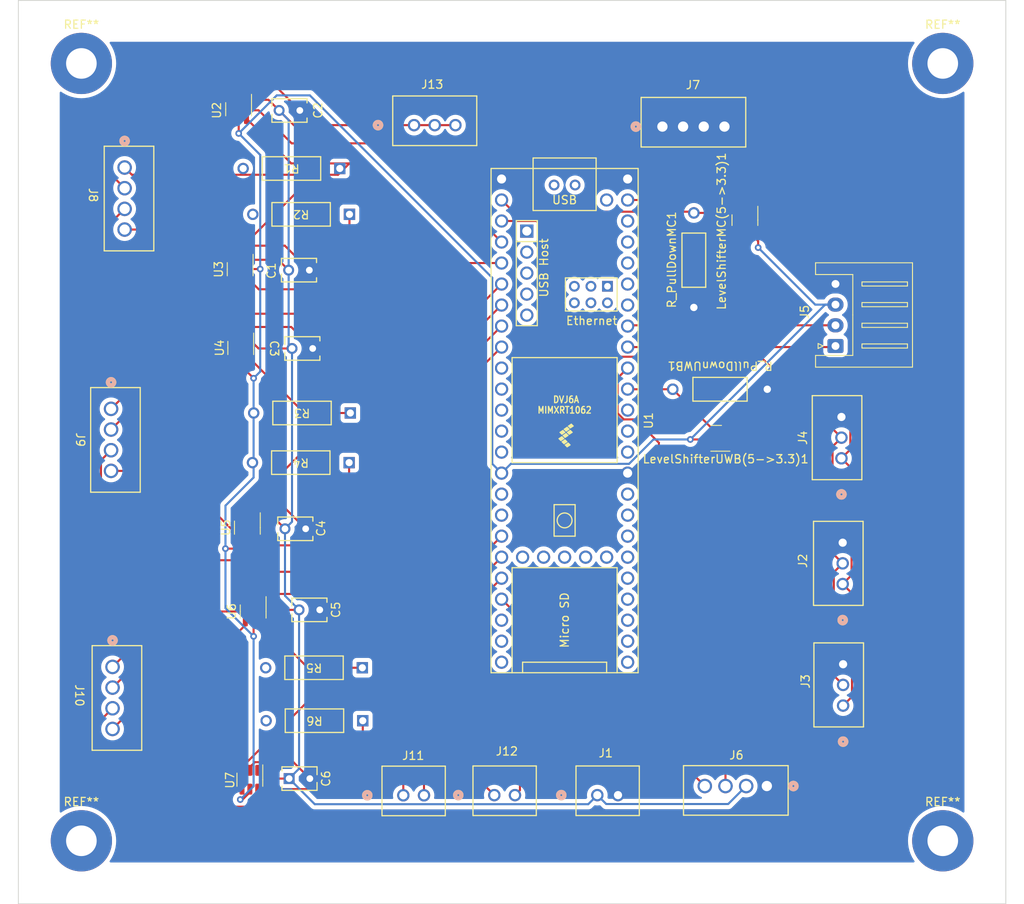
<source format=kicad_pcb>
(kicad_pcb (version 20221018) (generator pcbnew)
  (layers (0 "F.Cu" signal) (31 "B.Cu" signal) (34 "B.Paste" user) (35 "F.Paste" user) (36 "B.SilkS" user "B.Silkscreen") (37 "F.SilkS" user "F.Silkscreen") (38 "B.Mask" user) (39 "F.Mask" user) (44 "Edge.Cuts" user))
  (net 0 "")
  (net 1 "+3.3V")
  (net 2 "+5V")
  (net 3 "GND")
  (net 4 "/A")
  (net 5 "/A'")
  (net 6 "/B")
  (net 7 "/B'")
  (net 8 "/A1")
  (net 9 "/A1'")
  (net 10 "/B1")
  (net 11 "/B1'")
  (net 12 "/A2")
  (net 13 "/A2'")
  (net 14 "/B2")
  (net 15 "/B2'")
  (net 16 "/RX")
  (net 17 "/TX")
  (net 18 "/SDA")
  (net 19 "/SCL")
  (net 20 "/RX1")
  (net 21 "/TX1")
  (net 22 "/MOSI")
  (net 23 "/MISO")
  (net 24 "/SCK")
  (net 25 "Net-(LevelShifterMC(5->3.3)1-S)")
  (net 26 "Net-(LevelShifterUWB(5->3.3)1-S)")
  (net 27 "/WCLK1")
  (net 28 "/WDAT1")
  (net 29 "/WCLK2")
  (net 30 "/WDAT2")
  (net 31 "/EncA")
  (net 32 "/EncB")
  (net 33 "/Enc1A")
  (net 34 "/Enc1B")
  (net 35 "/Enc2A")
  (net 36 "/Enc2B")
  (footprint "MountingHole:MountingHole_3.7mm_Pad" (layer "F.Cu") (at 178.4243 143.9843)
    (fp_text reference "REF**")
    (fp_text value "MountingHole_3.7mm_Pad")
  )
  (footprint "teensy:4pinJST" (layer "F.Cu") (at 144.5293 57.6393)
    (fp_text reference "J7")
    (fp_text value "GND1")
  )
  (footprint "teensy:10kOhmRes" (layer "F.Cu") (at 148.3293 79.5043 90)
    (fp_text reference "R_PullDownMC1")
    (fp_text value "10k")
  )
  (footprint "teensy:2pinJST" (layer "F.Cu") (at 124.2043 138.4643)
    (fp_text reference "J12")
    (fp_text value "LoadCell2")
  )
  (footprint "teensy:4pinJST" (layer "F.Cu") (at 157.1543 137.3643 180)
    (fp_text reference "J6")
    (fp_text value "UWB1")
  )
  (footprint "teensy:100ohmRnew" (layer "F.Cu") (at 108.2523 123.0643 180)
    (fp_text reference "R5")
    (fp_text value "100")
  )
  (footprint "Package_TO_SOT_SMD:SOT-23-6" (layer "F.Cu") (at 94.3503 106.1268 -90)
    (fp_text reference "U5")
    (fp_text value "MAX3284E")
  )
  (footprint "MountingHole:MountingHole_3.7mm_Pad" (layer "F.Cu") (at 74.2843 50.0043)
    (fp_text reference "REF**")
    (fp_text value "MountingHole_3.7mm_Pad")
  )
  (footprint "MountingHole:MountingHole_3.7mm_Pad" (layer "F.Cu") (at 178.4243 50.0043)
    (fp_text reference "REF**")
    (fp_text value "MountingHole_3.7mm_Pad")
  )
  (footprint "teensy:0.1uFCap" (layer "F.Cu") (at 100.6923 55.688 180)
    (fp_text reference "C2")
    (fp_text value "0.1u")
  )
  (footprint "teensy:0.1uFCap" (layer "F.Cu") (at 101.8423 74.998 180)
    (fp_text reference "C1")
    (fp_text value "0.1u")
  )
  (footprint "Package_TO_SOT_SMD:SOT-23-6" (layer "F.Cu") (at 93.4823 74.8805 -90)
    (fp_text reference "U3")
    (fp_text value "MAX3284E")
  )
  (footprint "teensy:3pinJST" (layer "F.Cu") (at 114.5043 57.4643)
    (fp_text reference "J13")
    (fp_text value "5V1")
  )
  (footprint "teensy:3pinJST" (layer "F.Cu") (at 166.374101 127.6394 90)
    (fp_text reference "J3")
    (fp_text value "MC2")
  )
  (footprint "Package_TO_SOT_SMD:SOT-23" (layer "F.Cu") (at 151.0243 95.3243 180)
    (fp_text reference "LevelShifterUWB(5->3.3)1")
    (fp_text value "BSS138")
  )
  (footprint "Package_TO_SOT_SMD:SOT-23" (layer "F.Cu") (at 154.5043 68.9468 -90)
    (fp_text reference "LevelShifterMC(5->3.3)1")
    (fp_text value "BSS138")
  )
  (footprint "teensy:4pinJST" (layer "F.Cu") (at 78.0523 122.9643 -90)
    (fp_text reference "J10")
    (fp_text value "ENC3")
  )
  (footprint "teensy:100ohmRnew" (layer "F.Cu") (at 108.3043 129.4643 180)
    (fp_text reference "R6")
    (fp_text value "100")
  )
  (footprint "teensy:100ohmRnew" (layer "F.Cu") (at 106.6943 68.248 180)
    (fp_text reference "R2")
    (fp_text value "100")
  )
  (footprint "teensy:2pinJST" (layer "F.Cu") (at 113.2043 138.4843)
    (fp_text reference "J11")
    (fp_text value "LoadCell1")
  )
  (footprint "Package_TO_SOT_SMD:SOT-23-6" (layer "F.Cu") (at 93.2923 55.538 -90)
    (fp_text reference "U2")
    (fp_text value "MAX3284E" hide)
  )
  (footprint "teensy:0.1uFCap" (layer "F.Cu") (at 102.2503 84.4643 180)
    (fp_text reference "C3")
    (fp_text value "0.1u")
  )
  (footprint "teensy:3pinJST" (layer "F.Cu") (at 166.3243 112.9443 90)
    (fp_text reference "J2")
    (fp_text value "MC1")
  )
  (footprint "Connector_JST:JST_XH_S4B-XH-A_1x04_P2.50mm_Horizontal" (layer "F.Cu") (at 165.4543 84.1643 90)
    (fp_text reference "J5")
    (fp_text value "CurrSB")
  )
  (footprint "Package_TO_SOT_SMD:SOT-23-6" (layer "F.Cu") (at 95.0523 116.2643 -90)
    (fp_text reference "U6")
    (fp_text value "MAX3284E")
  )
  (footprint "teensy:3pinJST" (layer "F.Cu") (at 166.1743 97.7443 90)
    (fp_text reference "J4")
    (fp_text value "MC3")
  )
  (footprint "MountingHole:MountingHole_3.7mm_Pad" (layer "F.Cu") (at 74.2843 143.9843)
    (fp_text reference "REF**")
    (fp_text value "MountingHole_3.7mm_Pad")
  )
  (footprint "teensy:0.1uFCap" (layer "F.Cu") (at 99.4023 136.4643)
    (fp_text reference "C6")
    (fp_text value "0.1u")
  )
  (footprint "teensy:2pinJST" (layer "F.Cu") (at 136.6592 138.4643)
    (fp_text reference "J1")
    (fp_text value "POWER")
  )
  (footprint "Package_TO_SOT_SMD:SOT-23-6" (layer "F.Cu") (at 94.6523 136.6018 -90)
    (fp_text reference "U7")
    (fp_text value "MAX3284E")
  )
  (footprint "teensy:4pinJST" (layer "F.Cu") (at 77.8723 91.7643 -90)
    (fp_text reference "J9")
    (fp_text value "ENC2")
  )
  (footprint "teensy:100ohmRnew" (layer "F.Cu") (at 106.8003 92.2643 180)
    (fp_text reference "R3")
    (fp_text value "100")
  )
  (footprint "Package_TO_SOT_SMD:SOT-23-6" (layer "F.Cu") (at 93.5503 84.4018 -90)
    (fp_text reference "U4")
    (fp_text value "MAX3284E")
  )
  (footprint "teensy:100ohmRnew" (layer "F.Cu") (at 105.5263 62.7043 180)
    (fp_text reference "R1")
    (fp_text value "100")
  )
  (footprint "teensy:100ohmRnew" (layer "F.Cu") (at 106.6523 98.2643 180)
    (fp_text reference "R4")
    (fp_text value "100")
  )
  (footprint "teensy:0.1uFCap" (layer "F.Cu") (at 101.4003 106.2643 180)
    (fp_text reference "C4")
    (fp_text value "0.1u")
  )
  (footprint "teensy:0.1uFCap" (layer "F.Cu") (at 103.1023 116.0643 180)
    (fp_text reference "C5")
    (fp_text value "0.1u")
  )
  (footprint "teensy:4pinJST" (layer "F.Cu") (at 79.5123 62.588 -90)
    (fp_text reference "J8")
    (fp_text value "ENC1")
  )
  (footprint "teensy:10kOhmRes" (layer "F.Cu") (at 157.2093 89.3943 180)
    (fp_text reference "R_PullDownUWB1")
    (fp_text value "10k")
  )
  (footprint "teensy:Teensy41" (layer "F.Cu") (at 132.7043 93.1843 -90)
    (fp_text reference "U1")
    (fp_text value "Teensy4.1")
  )
  (gr_line (start 186.0443 42.3843) (end 186.0443 151.6043) (stroke (width 0.1)) (layer "Edge.Cuts"))
  (gr_line (start 186.0443 151.6043) (end 66.6643 151.6043) (stroke (width 0.1)) (layer "Edge.Cuts"))
  (gr_line (start 66.6643 42.3843) (end 186.0443 42.3843) (stroke (width 0.1)) (layer "Edge.Cuts"))
  (gr_line (start 66.6643 151.6043) (end 66.6643 42.3843) (stroke (width 0.1)) (layer "Edge.Cuts"))
  (segment (start 93.5503 86.5103) (end 93.5503 85.5393) (width 0.25) (layer "F.Cu") (net 1))
  (segment (start 93.334551 108.6643) (end 94.3503 107.648551) (width 0.25) (layer "F.Cu") (net 1))
  (segment (start 93.3043 56.6875) (end 93.2923 56.6755) (width 0.25) (layer "F.Cu") (net 1))
  (segment (start 154.5043 67.550049) (end 153.468551 66.5143) (width 0.25) (layer "F.Cu") (net 1))
  (segment (start 95.1043 88.0643) (end 93.5503 86.5103) (width 0.25) (layer "F.Cu") (net 1))
  (segment (start 153.468551 66.5143) (end 140.3243 66.5143) (width 0.25) (layer "F.Cu") (net 1))
  (segment (start 147.9043 95.4643) (end 149.9468 95.4643) (width 0.25) (layer "F.Cu") (net 1))
  (segment (start 91.7043 108.6643) (end 93.334551 108.6643) (width 0.25) (layer "F.Cu") (net 1))
  (segment (start 95.1043 119.2643) (end 95.1043 117.4538) (width 0.25) (layer "F.Cu") (net 1))
  (segment (start 156.1043 72.2643) (end 156.1043 71.4843) (width 0.25) (layer "F.Cu") (net 1))
  (segment (start 93.4823 75.633749) (end 94.251749 74.8643) (width 0.25) (layer "F.Cu") (net 1))
  (segment (start 93.3043 58.4643) (end 93.3043 56.6875) (width 0.25) (layer "F.Cu") (net 1))
  (segment (start 154.5043 69.8843) (end 154.5043 67.550049) (width 0.25) (layer "F.Cu") (net 1))
  (segment (start 93.493743 138.99901) (end 93.776841 138.99901) (width 0.25) (layer "F.Cu") (net 1))
  (segment (start 94.3503 107.648551) (end 94.3503 107.2643) (width 0.25) (layer "F.Cu") (net 1))
  (segment (start 94.6523 138.123551) (end 94.6523 137.7393) (width 0.25) (layer "F.Cu") (net 1))
  (segment (start 93.776841 138.99901) (end 94.6523 138.123551) (width 0.25) (layer "F.Cu") (net 1))
  (segment (start 93.4823 76.018) (end 93.4823 75.633749) (width 0.25) (layer "F.Cu") (net 1))
  (segment (start 156.1043 71.4843) (end 154.5043 69.8843) (width 0.25) (layer "F.Cu") (net 1))
  (segment (start 94.251749 74.8643) (end 95.9043 74.8643) (width 0.25) (layer "F.Cu") (net 1))
  (segment (start 149.9468 95.4643) (end 150.0868 95.3243) (width 0.25) (layer "F.Cu") (net 1))
  (segment (start 95.1043 117.4538) (end 95.0523 117.4018) (width 0.25) (layer "F.Cu") (net 1))
  (via (at 95.1043 119.2643) (size 0.8) (drill 0.4) (layers "F.Cu" "B.Cu") (net 1))
  (via (at 95.9043 74.8643) (size 0.8) (drill 0.4) (layers "F.Cu" "B.Cu") (net 1))
  (via (at 95.1043 88.0643) (size 0.8) (drill 0.4) (layers "F.Cu" "B.Cu") (net 1))
  (via (at 91.7043 108.6643) (size 0.8) (drill 0.4) (layers "F.Cu" "B.Cu") (net 1))
  (via (at 93.493743 138.99901) (size 0.8) (drill 0.4) (layers "F.Cu" "B.Cu") (net 1))
  (via (at 156.1043 72.2643) (size 0.8) (drill 0.4) (layers "F.Cu" "B.Cu") (net 1))
  (via (at 147.9043 95.4643) (size 0.8) (drill 0.4) (layers "F.Cu" "B.Cu") (net 1))
  (via (at 93.3043 58.4643) (size 0.8) (drill 0.4) (layers "F.Cu" "B.Cu") (net 1))
  (segment (start 95.9043 87.2643) (end 95.1043 88.0643) (width 0.25) (layer "B.Cu") (net 1))
  (segment (start 95.1043 137.388453) (end 93.493743 138.99901) (width 0.25) (layer "B.Cu") (net 1))
  (segment (start 101.9043 53.8643) (end 97.9043 53.8643) (width 0.25) (layer "B.Cu") (net 1))
  (segment (start 95.1043 88.0643) (end 95.1043 100.0643) (width 0.25) (layer "B.Cu") (net 1))
  (segment (start 140.500291 98.4093) (end 126.2093 98.4093) (width 0.25) (layer "B.Cu") (net 1))
  (segment (start 126.2093 98.4093) (end 125.0843 99.5343) (width 0.25) (layer "B.Cu") (net 1))
  (segment (start 95.1043 119.2643) (end 95.1043 137.388453) (width 0.25) (layer "B.Cu") (net 1))
  (segment (start 95.9043 74.8643) (end 95.9043 61.0643) (width 0.25) (layer "B.Cu") (net 1))
  (segment (start 91.7043 108.6643) (end 91.7043 115.8643) (width 0.25) (layer "B.Cu") (net 1))
  (segment (start 125.0843 99.5343) (end 123.9593 98.4093) (width 0.25) (layer "B.Cu") (net 1))
  (segment (start 165.4543 79.1643) (end 163.0043 79.1643) (width 0.25) (layer "B.Cu") (net 1))
  (segment (start 95.9043 61.0643) (end 93.3043 58.4643) (width 0.25) (layer "B.Cu") (net 1))
  (segment (start 97.9043 53.8643) (end 93.3043 58.4643) (width 0.25) (layer "B.Cu") (net 1))
  (segment (start 91.7043 115.8643) (end 95.1043 119.2643) (width 0.25) (layer "B.Cu") (net 1))
  (segment (start 95.1043 100.0643) (end 91.7043 103.4643) (width 0.25) (layer "B.Cu") (net 1))
  (segment (start 123.9593 98.4093) (end 123.9593 75.9193) (width 0.25) (layer "B.Cu") (net 1))
  (segment (start 147.9043 95.4643) (end 143.445291 95.4643) (width 0.25) (layer "B.Cu") (net 1))
  (segment (start 123.9593 75.9193) (end 101.9043 53.8643) (width 0.25) (layer "B.Cu") (net 1))
  (segment (start 91.7043 103.4643) (end 91.7043 108.6643) (width 0.25) (layer "B.Cu") (net 1))
  (segment (start 165.4543 79.1643) (end 164.2043 79.1643) (width 0.25) (layer "B.Cu") (net 1))
  (segment (start 163.0043 79.1643) (end 156.1043 72.2643) (width 0.25) (layer "B.Cu") (net 1))
  (segment (start 143.445291 95.4643) (end 140.500291 98.4093) (width 0.25) (layer "B.Cu") (net 1))
  (segment (start 164.2043 79.1643) (end 147.9043 95.4643) (width 0.25) (layer "B.Cu") (net 1))
  (segment (start 95.9043 74.8643) (end 95.9043 87.2643) (width 0.25) (layer "B.Cu") (net 1))
  (segment (start 96.6023 136.4643) (end 99.4023 136.4643) (width 0.25) (layer "F.Cu") (net 2))
  (segment (start 94.2423 54.4005) (end 96.9048 54.4005) (width 0.25) (layer "F.Cu") (net 2))
  (segment (start 99.7503 84.4643) (end 95.7003 84.4643) (width 0.25) (layer "F.Cu") (net 2))
  (segment (start 98.9003 106.2643) (end 97.6253 104.9893) (width 0.25) (layer "F.Cu") (net 2))
  (segment (start 95.7003 84.4643) (end 94.5003 83.2643) (width 0.25) (layer "F.Cu") (net 2))
  (segment (start 97.6253 104.9893) (end 95.3003 104.9893) (width 0.25) (layer "F.Cu") (net 2))
  (segment (start 96.9398 116.0643) (end 96.0023 115.1268) (width 0.25) (layer "F.Cu") (net 2))
  (segment (start 94.2423 54.784751) (end 94.2423 54.4005) (width 0.25) (layer "F.Cu") (net 2))
  (segment (start 117.0043 57.4643) (end 114.5043 57.4643) (width 0.25) (layer "F.Cu") (net 2))
  (segment (start 96.9048 54.4005) (end 98.1923 55.688) (width 0.25) (layer "F.Cu") (net 2))
  (segment (start 99.3423 74.998) (end 98.0873 73.743) (width 0.25) (layer "F.Cu") (net 2))
  (segment (start 98.0873 73.743) (end 94.4323 73.743) (width 0.25) (layer "F.Cu") (net 2))
  (segment (start 114.5043 57.4643) (end 99.9686 57.4643) (width 0.25) (layer "F.Cu") (net 2))
  (segment (start 100.6023 116.0643) (end 96.9398 116.0643) (width 0.25) (layer "F.Cu") (net 2))
  (segment (start 99.9686 57.4643) (end 98.1923 55.688) (width 0.25) (layer "F.Cu") (net 2))
  (segment (start 119.5043 57.4643) (end 117.0043 57.4643) (width 0.25) (layer "F.Cu") (net 2))
  (segment (start 95.6023 135.4643) (end 96.6023 136.4643) (width 0.25) (layer "F.Cu") (net 2))
  (segment (start 102.4966 139.5586) (end 99.4023 136.4643) (width 0.25) (layer "B.Cu") (net 2))
  (segment (start 154.6543 137.3643) (end 152.48 139.5386) (width 0.25) (layer "B.Cu") (net 2))
  (segment (start 99.3423 56.838) (end 99.3423 74.998) (width 0.25) (layer "B.Cu") (net 2))
  (segment (start 136.6592 138.4643) (end 135.5649 139.5586) (width 0.25) (layer "B.Cu") (net 2))
  (segment (start 99.3423 84.0563) (end 99.7503 84.4643) (width 0.25) (layer "B.Cu") (net 2))
  (segment (start 152.48 139.5386) (end 137.7335 139.5386) (width 0.25) (layer "B.Cu") (net 2))
  (segment (start 100.6023 116.0643) (end 100.6023 135.2643) (width 0.25) (layer "B.Cu") (net 2))
  (segment (start 99.7503 105.4143) (end 98.9003 106.2643) (width 0.25) (layer "B.Cu") (net 2))
  (segment (start 137.7335 139.5386) (end 136.6592 138.4643) (width 0.25) (layer "B.Cu") (net 2))
  (segment (start 98.1923 55.688) (end 99.3423 56.838) (width 0.25) (layer "B.Cu") (net 2))
  (segment (start 135.5649 139.5586) (end 102.4966 139.5586) (width 0.25) (layer "B.Cu") (net 2))
  (segment (start 100.6023 135.2643) (end 99.4023 136.4643) (width 0.25) (layer "B.Cu") (net 2))
  (segment (start 98.9003 106.2643) (end 98.9003 114.3623) (width 0.25) (layer "B.Cu") (net 2))
  (segment (start 98.9003 114.3623) (end 100.6023 116.0643) (width 0.25) (layer "B.Cu") (net 2))
  (segment (start 99.7503 84.4643) (end 99.7503 105.4143) (width 0.25) (layer "B.Cu") (net 2))
  (segment (start 99.3423 74.998) (end 99.3423 84.0563) (width 0.25) (layer "B.Cu") (net 2))
  (segment (start 100.6923 55.688) (end 97.8923 52.888) (width 0.25) (layer "F.Cu") (net 3))
  (segment (start 94.420549 52.888) (end 93.2923 54.016249) (width 0.25) (layer "F.Cu") (net 3))
  (segment (start 94.566049 81.8643) (end 93.5503 82.880049) (width 0.25) (layer "F.Cu") (net 3))
  (segment (start 98.8823 72.038) (end 94.803049 72.038) (width 0.25) (layer "F.Cu") (net 3))
  (segment (start 93.5503 82.880049) (end 93.5503 83.2643) (width 0.25) (layer "F.Cu") (net 3))
  (segment (start 95.0523 114.4643) (end 95.0523 115.1268) (width 0.25) (layer "F.Cu") (net 3))
  (segment (start 101.1773 114.1393) (end 95.3773 114.1393) (width 0.25) (layer "F.Cu") (net 3))
  (segment (start 101.8423 74.998) (end 98.8823 72.038) (width 0.25) (layer "F.Cu") (net 3))
  (segment (start 99.6503 81.8643) (end 94.566049 81.8643) (width 0.25) (layer "F.Cu") (net 3))
  (segment (start 94.803049 72.038) (end 93.4823 73.358749) (width 0.25) (layer "F.Cu") (net 3))
  (segment (start 97.8923 52.888) (end 94.420549 52.888) (width 0.25) (layer "F.Cu") (net 3))
  (segment (start 99.0003 103.8643) (end 95.091049 103.8643) (width 0.25) (layer "F.Cu") (net 3))
  (segment (start 94.6523 135.080049) (end 95.255549 134.4768) (width 0.25) (layer "F.Cu") (net 3))
  (segment (start 101.4003 106.2643) (end 99.0003 103.8643) (width 0.25) (layer "F.Cu") (net 3))
  (segment (start 93.2923 54.016249) (end 93.2923 54.4005) (width 0.25) (layer "F.Cu") (net 3))
  (segment (start 94.6523 135.4643) (end 94.6523 135.080049) (width 0.25) (layer "F.Cu") (net 3))
  (segment (start 93.4823 73.358749) (end 93.4823 73.743) (width 0.25) (layer "F.Cu") (net 3))
  (segment (start 99.9148 134.4768) (end 101.9023 136.4643) (width 0.25) (layer "F.Cu") (net 3))
  (segment (start 95.091049 103.8643) (end 94.3503 104.605049) (width 0.25) (layer "F.Cu") (net 3))
  (segment (start 95.3773 114.1393) (end 95.0523 114.4643) (width 0.25) (layer "F.Cu") (net 3))
  (segment (start 95.255549 134.4768) (end 99.9148 134.4768) (width 0.25) (layer "F.Cu") (net 3))
  (segment (start 94.3503 104.605049) (end 94.3503 104.9893) (width 0.25) (layer "F.Cu") (net 3))
  (segment (start 103.1023 116.0643) (end 101.1773 114.1393) (width 0.25) (layer "F.Cu") (net 3))
  (segment (start 102.2503 84.4643) (end 99.6503 81.8643) (width 0.25) (layer "F.Cu") (net 3))
  (segment (start 79.5123 62.588) (end 80.3886 63.4643) (width 0.25) (layer "F.Cu") (net 4))
  (segment (start 99.6548 62.088) (end 106.6923 62.088) (width 0.25) (layer "F.Cu") (net 4))
  (segment (start 94.2423 56.291249) (end 94.2423 56.6755) (width 0.25) (layer "F.Cu") (net 4))
  (segment (start 105.316 63.4643) (end 106.6923 62.088) (width 0.25) (layer "F.Cu") (net 4))
  (segment (start 94.2423 56.6755) (end 99.6548 62.088) (width 0.25) (layer "F.Cu") (net 4))
  (segment (start 80.3886 63.4643) (end 105.316 63.4643) (width 0.25) (layer "F.Cu") (net 4))
  (segment (start 78.6923 60.488) (end 85.7883 60.488) (width 0.25) (layer "F.Cu") (net 5))
  (segment (start 85.7883 60.488) (end 87.3883 62.088) (width 0.25) (layer "F.Cu") (net 5))
  (segment (start 92.3423 56.6755) (end 92.3423 57.134) (width 0.25) (layer "F.Cu") (net 5))
  (segment (start 77.4923 61.688) (end 78.6923 60.488) (width 0.25) (layer "F.Cu") (net 5))
  (segment (start 79.5123 65.088) (end 77.4923 63.068) (width 0.25) (layer "F.Cu") (net 5))
  (segment (start 92.3423 57.134) (end 87.3883 62.088) (width 0.25) (layer "F.Cu") (net 5))
  (segment (start 77.4923 63.068) (end 77.4923 61.688) (width 0.25) (layer "F.Cu") (net 5))
  (segment (start 77.8923 71.088) (end 84.0923 77.288) (width 0.25) (layer "F.Cu") (net 6))
  (segment (start 79.5123 67.588) (end 77.8923 69.208) (width 0.25) (layer "F.Cu") (net 6))
  (segment (start 94.4323 76.402251) (end 94.4323 76.018) (width 0.25) (layer "F.Cu") (net 6))
  (segment (start 84.0923 77.288) (end 93.546551 77.288) (width 0.25) (layer "F.Cu") (net 6))
  (segment (start 94.4323 76.018) (end 95.7223 77.308) (width 0.25) (layer "F.Cu") (net 6))
  (segment (start 77.8923 69.208) (end 77.8923 71.088) (width 0.25) (layer "F.Cu") (net 6))
  (segment (start 106.6943 74.456) (end 106.6943 68.248) (width 0.25) (layer "F.Cu") (net 6))
  (segment (start 95.7223 77.308) (end 103.8423 77.308) (width 0.25) (layer "F.Cu") (net 6))
  (segment (start 103.8423 77.308) (end 106.6943 74.456) (width 0.25) (layer "F.Cu") (net 6))
  (segment (start 93.546551 77.288) (end 94.4323 76.402251) (width 0.25) (layer "F.Cu") (net 6))
  (segment (start 87.3903 70.876) (end 87.3903 68.248) (width 0.25) (layer "F.Cu") (net 7))
  (segment (start 85.5503 70.088) (end 87.3903 68.248) (width 0.25) (layer "F.Cu") (net 7))
  (segment (start 79.5123 70.088) (end 85.5503 70.088) (width 0.25) (layer "F.Cu") (net 7))
  (segment (start 92.5323 76.018) (end 87.3903 70.876) (width 0.25) (layer "F.Cu") (net 7))
  (segment (start 77.8723 91.7643) (end 85.0848 84.5518) (width 0.25) (layer "F.Cu") (net 8))
  (segment (start 93.897051 84.5518) (end 94.5003 85.155049) (width 0.25) (layer "F.Cu") (net 8))
  (segment (start 101.2253 92.2643) (end 106.8003 92.2643) (width 0.25) (layer "F.Cu") (net 8))
  (segment (start 94.5003 85.5393) (end 101.2253 92.2643) (width 0.25) (layer "F.Cu") (net 8))
  (segment (start 85.0848 84.5518) (end 93.897051 84.5518) (width 0.25) (layer "F.Cu") (net 8))
  (segment (start 94.5003 85.155049) (end 94.5003 85.5393) (width 0.25) (layer "F.Cu") (net 8))
  (segment (start 87.4963 90.6433) (end 87.4963 92.2643) (width 0.25) (layer "F.Cu") (net 9))
  (segment (start 87.4963 92.2643) (end 79.8723 92.2643) (width 0.25) (layer "F.Cu") (net 9))
  (segment (start 92.6003 85.5393) (end 87.4963 90.6433) (width 0.25) (layer "F.Cu") (net 9))
  (segment (start 79.8723 92.2643) (end 77.8723 94.2643) (width 0.25) (layer "F.Cu") (net 9))
  (segment (start 76.6523 97.9843) (end 76.6523 104.4643) (width 0.25) (layer "F.Cu") (net 10))
  (segment (start 102.6523 108.2643) (end 106.6523 104.2643) (width 0.25) (layer "F.Cu") (net 10))
  (segment (start 96.3003 108.2643) (end 102.6523 108.2643) (width 0.25) (layer "F.Cu") (net 10))
  (segment (start 77.8723 96.7643) (end 76.6523 97.9843) (width 0.25) (layer "F.Cu") (net 10))
  (segment (start 82.2523 110.0643) (end 92.884551 110.0643) (width 0.25) (layer "F.Cu") (net 10))
  (segment (start 92.884551 110.0643) (end 95.3003 107.648551) (width 0.25) (layer "F.Cu") (net 10))
  (segment (start 95.3003 107.2643) (end 96.3003 108.2643) (width 0.25) (layer "F.Cu") (net 10))
  (segment (start 76.6523 104.4643) (end 82.2523 110.0643) (width 0.25) (layer "F.Cu") (net 10))
  (segment (start 95.3003 107.648551) (end 95.3003 107.2643) (width 0.25) (layer "F.Cu") (net 10))
  (segment (start 106.6523 104.2643) (end 106.6523 98.2643) (width 0.25) (layer "F.Cu") (net 10))
  (segment (start 86.3483 99.2643) (end 87.3483 98.2643) (width 0.25) (layer "F.Cu") (net 11))
  (segment (start 93.4003 107.2643) (end 87.3483 101.2123) (width 0.25) (layer "F.Cu") (net 11))
  (segment (start 77.8723 99.2643) (end 86.3483 99.2643) (width 0.25) (layer "F.Cu") (net 11))
  (segment (start 87.3483 101.2123) (end 87.3483 98.2643) (width 0.25) (layer "F.Cu") (net 11))
  (segment (start 96.0023 117.4018) (end 101.6648 123.0643) (width 0.25) (layer "F.Cu") (net 12))
  (segment (start 96.0023 117.017549) (end 95.249051 116.2643) (width 0.25) (layer "F.Cu") (net 12))
  (segment (start 84.7523 116.2643) (end 78.0523 122.9643) (width 0.25) (layer "F.Cu") (net 12))
  (segment (start 96.0023 117.4018) (end 96.0023 117.017549) (width 0.25) (layer "F.Cu") (net 12))
  (segment (start 95.249051 116.2643) (end 84.7523 116.2643) (width 0.25) (layer "F.Cu") (net 12))
  (segment (start 101.6648 123.0643) (end 108.2523 123.0643) (width 0.25) (layer "F.Cu") (net 12))
  (segment (start 94.1023 117.9103) (end 88.9483 123.0643) (width 0.25) (layer "F.Cu") (net 13))
  (segment (start 80.4523 123.0643) (end 78.0523 125.4643) (width 0.25) (layer "F.Cu") (net 13))
  (segment (start 94.1023 117.4018) (end 94.1023 117.9103) (width 0.25) (layer "F.Cu") (net 13))
  (segment (start 88.9483 123.0643) (end 80.4523 123.0643) (width 0.25) (layer "F.Cu") (net 13))
  (segment (start 95.6023 137.7393) (end 103.1773 137.7393) (width 0.25) (layer "F.Cu") (net 14))
  (segment (start 103.1773 137.7393) (end 108.3043 132.6123) (width 0.25) (layer "F.Cu") (net 14))
  (segment (start 76.2523 132.4643) (end 76.2523 129.7643) (width 0.25) (layer "F.Cu") (net 14))
  (segment (start 76.2523 129.7643) (end 78.0523 127.9643) (width 0.25) (layer "F.Cu") (net 14))
  (segment (start 83.6523 139.8643) (end 76.2523 132.4643) (width 0.25) (layer "F.Cu") (net 14))
  (segment (start 94.7043 139.8643) (end 83.6523 139.8643) (width 0.25) (layer "F.Cu") (net 14))
  (segment (start 108.3043 132.6123) (end 108.3043 129.4643) (width 0.25) (layer "F.Cu") (net 14))
  (segment (start 95.6023 138.9663) (end 94.7043 139.8643) (width 0.25) (layer "F.Cu") (net 14))
  (segment (start 95.6023 137.7393) (end 95.6023 138.9663) (width 0.25) (layer "F.Cu") (net 14))
  (segment (start 89.0003 129.4643) (end 79.0523 129.4643) (width 0.25) (layer "F.Cu") (net 15))
  (segment (start 93.7023 137.7393) (end 89.0003 133.0373) (width 0.25) (layer "F.Cu") (net 15))
  (segment (start 79.0523 129.4643) (end 78.0523 130.4643) (width 0.25) (layer "F.Cu") (net 15))
  (segment (start 89.0003 133.0373) (end 89.0003 129.4643) (width 0.25) (layer "F.Cu") (net 15))
  (segment (start 166.374101 127.6394) (end 167.448401 126.5651) (width 0.25) (layer "F.Cu") (net 16))
  (segment (start 167.3986 111.87) (end 167.3986 98.9686) (width 0.25) (layer "F.Cu") (net 16))
  (segment (start 167.2486 96.67) (end 167.2486 76.671899) (width 0.25) (layer "F.Cu") (net 16))
  (segment (start 166.1743 97.7443) (end 167.2486 96.67) (width 0.25) (layer "F.Cu") (net 16))
  (segment (start 167.448401 126.5651) (end 167.448401 114.068401) (width 0.25) (layer "F.Cu") (net 16))
  (segment (start 167.3986 98.9686) (end 166.1743 97.7443) (width 0.25) (layer "F.Cu") (net 16))
  (segment (start 167.448401 114.068401) (end 166.3243 112.9443) (width 0.25) (layer "F.Cu") (net 16))
  (segment (start 166.3243 112.9443) (end 167.3986 111.87) (width 0.25) (layer "F.Cu") (net 16))
  (segment (start 167.2486 76.671899) (end 158.586001 68.0093) (width 0.25) (layer "F.Cu") (net 16))
  (segment (start 158.586001 68.0093) (end 155.4543 68.0093) (width 0.25) (layer "F.Cu") (net 16))
  (segment (start 166.1743 95.2443) (end 156.3943 85.4643) (width 0.25) (layer "F.Cu") (net 17))
  (segment (start 166.3243 110.4443) (end 165.1 109.22) (width 0.25) (layer "F.Cu") (net 17))
  (segment (start 138.1043 85.4643) (end 131.3043 78.6643) (width 0.25) (layer "F.Cu") (net 17))
  (segment (start 131.3043 71.0643) (end 129.2943 69.0543) (width 0.25) (layer "F.Cu") (net 17))
  (segment (start 166.374101 125.1394) (end 165.25 124.015299) (width 0.25) (layer "F.Cu") (net 17))
  (segment (start 165.1 96.3186) (end 166.1743 95.2443) (width 0.25) (layer "F.Cu") (net 17))
  (segment (start 165.25 124.015299) (end 165.25 111.5186) (width 0.25) (layer "F.Cu") (net 17))
  (segment (start 129.2943 69.0543) (end 125.0843 69.0543) (width 0.25) (layer "F.Cu") (net 17))
  (segment (start 156.3943 85.4643) (end 138.1043 85.4643) (width 0.25) (layer "F.Cu") (net 17))
  (segment (start 131.3043 78.6643) (end 131.3043 71.0643) (width 0.25) (layer "F.Cu") (net 17))
  (segment (start 165.25 111.5186) (end 166.3243 110.4443) (width 0.25) (layer "F.Cu") (net 17))
  (segment (start 165.1 109.22) (end 165.1 96.3186) (width 0.25) (layer "F.Cu") (net 17))
  (segment (start 140.3243 84.2943) (end 165.3243 84.2943) (width 0.25) (layer "F.Cu") (net 18))
  (segment (start 165.3243 84.2943) (end 165.4543 84.1643) (width 0.25) (layer "F.Cu") (net 18))
  (segment (start 140.4143 81.6643) (end 140.3243 81.7543) (width 0.25) (layer "F.Cu") (net 19))
  (segment (start 165.4543 81.6643) (end 140.4143 81.6643) (width 0.25) (layer "F.Cu") (net 19))
  (segment (start 152.1543 96.4668) (end 152.1543 137.3643) (width 0.25) (layer "F.Cu") (net 20))
  (segment (start 151.9618 96.2743) (end 152.1543 96.4668) (width 0.25) (layer "F.Cu") (net 20))
  (segment (start 139.858309 93.0393) (end 139.1043 92.285291) (width 0.25) (layer "F.Cu") (net 21))
  (segment (start 144.1043 131.8143) (end 144.1043 95.8643) (width 0.25) (layer "F.Cu") (net 21))
  (segment (start 139.1043 92.285291) (end 139.1043 88.0543) (width 0.25) (layer "F.Cu") (net 21))
  (segment (start 141.2793 93.0393) (end 139.858309 93.0393) (width 0.25) (layer "F.Cu") (net 21))
  (segment (start 139.1043 88.0543) (end 140.3243 86.8343) (width 0.25) (layer "F.Cu") (net 21))
  (segment (start 144.1043 95.8643) (end 141.2793 93.0393) (width 0.25) (layer "F.Cu") (net 21))
  (segment (start 149.6543 137.3643) (end 144.1043 131.8143) (width 0.25) (layer "F.Cu") (net 21))
  (segment (start 126.4993 67.9293) (end 125.0843 66.5143) (width 0.25) (layer "F.Cu") (net 25))
  (segment (start 153.4893 68.0743) (end 153.5543 68.0093) (width 0.25) (layer "F.Cu") (net 25))
  (segment (start 148.1843 67.9293) (end 126.4993 67.9293) (width 0.25) (layer "F.Cu") (net 25))
  (segment (start 125.0243 66.5743) (end 125.0843 66.5143) (width 0.25) (layer "F.Cu") (net 25))
  (segment (start 148.3293 68.0743) (end 148.1843 67.9293) (width 0.25) (layer "F.Cu") (net 25))
  (segment (start 148.3293 68.0743) (end 153.4893 68.0743) (width 0.25) (layer "F.Cu") (net 25))
  (segment (start 150.7593 94.3743) (end 145.7793 89.3943) (width 0.25) (layer "F.Cu") (net 26))
  (segment (start 151.9618 94.3743) (end 150.7593 94.3743) (width 0.25) (layer "F.Cu") (net 26))
  (segment (start 145.7793 89.3943) (end 140.3443 89.3943) (width 0.25) (layer "F.Cu") (net 26))
  (segment (start 140.3443 89.3943) (end 140.3243 89.3743) (width 0.25) (layer "F.Cu") (net 26))
  (segment (start 113.2043 119.0343) (end 113.2043 138.4843) (width 0.25) (layer "F.Cu") (net 27))
  (segment (start 125.0843 107.1543) (end 113.2043 119.0343) (width 0.25) (layer "F.Cu") (net 27))
  (segment (start 125.0843 109.6943) (end 115.7043 119.0743) (width 0.25) (layer "F.Cu") (net 28))
  (segment (start 115.7043 119.0743) (end 115.7043 138.4843) (width 0.25) (layer "F.Cu") (net 28))
  (segment (start 122.5043 114.8143) (end 125.0843 112.2343) (width 0.25) (layer "F.Cu") (net 29))
  (segment (start 124.2043 138.4643) (end 122.5043 136.7643) (width 0.25) (layer "F.Cu") (net 29))
  (segment (start 122.5043 136.7643) (end 122.5043 114.8143) (width 0.25) (layer "F.Cu") (net 29))
  (segment (start 127.3043 137.8643) (end 127.3043 116.9943) (width 0.25) (layer "F.Cu") (net 30))
  (segment (start 126.7043 138.4643) (end 127.3043 137.8643) (width 0.25) (layer "F.Cu") (net 30))
  (segment (start 127.3043 116.9943) (end 125.0843 114.7743) (width 0.25) (layer "F.Cu") (net 30))
  (segment (start 92.3423 54.784751) (end 93.221849 55.6643) (width 0.25) (layer "F.Cu") (net 31))
  (segment (start 95.7043 55.6643) (end 99.7043 59.6643) (width 0.25) (layer "F.Cu") (net 31))
  (segment (start 92.3423 54.4005) (end 92.3423 54.784751) (width 0.25) (layer "F.Cu") (net 31))
  (segment (start 113.1543 59.6643) (end 125.0843 71.5943) (width 0.25) (layer "F.Cu") (net 31))
  (segment (start 99.7043 59.6643) (end 113.1543 59.6643) (width 0.25) (layer "F.Cu") (net 31))
  (segment (start 93.221849 55.6643) (end 95.7043 55.6643) (width 0.25) (layer "F.Cu") (net 31))
  (segment (start 110.5043 65.8643) (end 118.7743 74.1343) (width 0.25) (layer "F.Cu") (net 32))
  (segment (start 92.5323 73.743) (end 92.5323 73.358749) (width 0.25) (layer "F.Cu") (net 32))
  (segment (start 118.7743 74.1343) (end 125.0843 74.1343) (width 0.25) (layer "F.Cu") (net 32))
  (segment (start 92.5323 73.358749) (end 100.026749 65.8643) (width 0.25) (layer "F.Cu") (net 32))
  (segment (start 100.026749 65.8643) (end 110.5043 65.8643) (width 0.25) (layer "F.Cu") (net 32))
  (segment (start 121.4943 80.2643) (end 125.0843 76.6743) (width 0.25) (layer "F.Cu") (net 33))
  (segment (start 92.6003 80.7683) (end 93.1043 80.2643) (width 0.25) (layer "F.Cu") (net 33))
  (segment (start 92.6003 83.2643) (end 92.6003 80.7683) (width 0.25) (layer "F.Cu") (net 33))
  (segment (start 93.1043 80.2643) (end 121.4943 80.2643) (width 0.25) (layer "F.Cu") (net 33))
  (segment (start 102.741049 95.2643) (end 109.0343 95.2643) (width 0.25) (layer "F.Cu") (net 34))
  (segment (start 93.4003 104.605049) (end 102.741049 95.2643) (width 0.25) (layer "F.Cu") (net 34))
  (segment (start 109.0343 95.2643) (end 125.0843 79.2143) (width 0.25) (layer "F.Cu") (net 34))
  (segment (start 93.4003 104.9893) (end 93.4003 104.605049) (width 0.25) (layer "F.Cu") (net 34))
  (segment (start 97.380549 111.4643) (end 106.9043 111.4643) (width 0.25) (layer "F.Cu") (net 35))
  (segment (start 118.7043 99.6643) (end 118.7043 88.1343) (width 0.25) (layer "F.Cu") (net 35))
  (segment (start 94.1023 115.1268) (end 94.1023 114.742549) (width 0.25) (layer "F.Cu") (net 35))
  (segment (start 118.7043 88.1343) (end 125.0843 81.7543) (width 0.25) (layer "F.Cu") (net 35))
  (segment (start 106.9043 111.4643) (end 118.7043 99.6643) (width 0.25) (layer "F.Cu") (net 35))
  (segment (start 94.1023 114.742549) (end 97.380549 111.4643) (width 0.25) (layer "F.Cu") (net 35))
  (segment (start 121.3043 88.0743) (end 125.0843 84.2943) (width 0.25) (layer "F.Cu") (net 36))
  (segment (start 111.1043 116.2643) (end 121.3043 106.0643) (width 0.25) (layer "F.Cu") (net 36))
  (segment (start 109.3043 126.4643) (end 111.1043 124.6643) (width 0.25) (layer "F.Cu") (net 36))
  (segment (start 121.3043 106.0643) (end 121.3043 88.0743) (width 0.25) (layer "F.Cu") (net 36))
  (segment (start 102.318049 126.4643) (end 109.3043 126.4643) (width 0.25) (layer "F.Cu") (net 36))
  (segment (start 111.1043 124.6643) (end 111.1043 116.2643) (width 0.25) (layer "F.Cu") (net 36))
  (segment (start 93.7023 135.080049) (end 102.318049 126.4643) (width 0.25) (layer "F.Cu") (net 36))
  (segment (start 93.7023 135.4643) (end 93.7023 135.080049) (width 0.25) (layer "F.Cu") (net 36))
  (zone (net 3) (net_name "GND") (layer "B.Cu") (connect_pads yes (clearance 0.5)) (min_thickness 0.25) (fill yes (thermal_gap 0.5) (thermal_bridge_width 0.5))
    (polygon (pts (xy 185.9793 42.4393) (xy 186.0043 151.5643) (xy 66.7043 151.5643) (xy 66.7043 42.4393) (xy 86.1043 42.4393)))
  )
)
</source>
